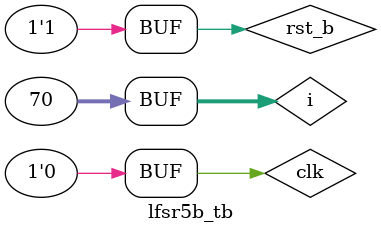
<source format=v>
module my_dff(input clk, input rst_b, input d, output reg q);
  always @(posedge clk, negedge rst_b) begin
    if(!rst_b)q<=1;
    else q<=d;
  end
endmodule

module lfsr5b(input clk, input rst_b, output [4:0] q);
  
  generate 
    genvar i;
    for(i=0;i<5;i=i+1) begin : loop
      if(i==0)my_dff ffs(.clk(clk), .rst_b(rst_b), .d(q[4]), .q(q[i]));
      else if(i==2)my_dff ffs(.clk(clk), .rst_b(rst_b), .d(q[4]^q[i-1]), .q(q[i]));
      else my_dff ffs(.clk(clk), .rst_b(rst_b), .d(q[i-1]), .q(q[i]));
    end
  endgenerate
endmodule

module lfsr5b_tb;
  reg clk, rst_b;
  wire [4:0] q;
  
  lfsr5b dut (
    .clk(clk),
    .rst_b(rst_b),
    .q(q)
  );
  
  initial begin
    clk=0;
    rst_b=0;
  end
  
  integer i;
  initial begin
    for(i=0;i<70;i=i+1) begin
      #50 clk=~clk;
    end
  end
  
  initial begin
    #25 rst_b=1;
  end
  
endmodule
    
    
    
    
</source>
